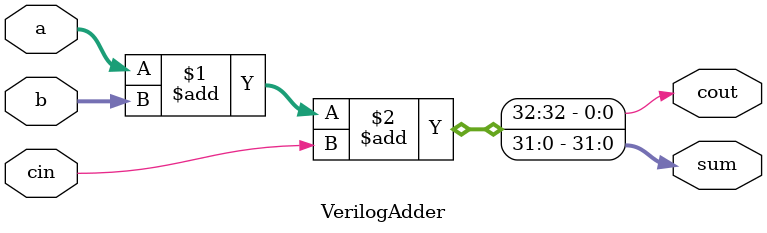
<source format=v>
module VerilogAdder (
    input [31:0] a,
    input [31:0] b,
    input cin,
    output [31:0] sum,
    output cout
);
assign {cout, sum} = a + b + cin;

endmodule
</source>
